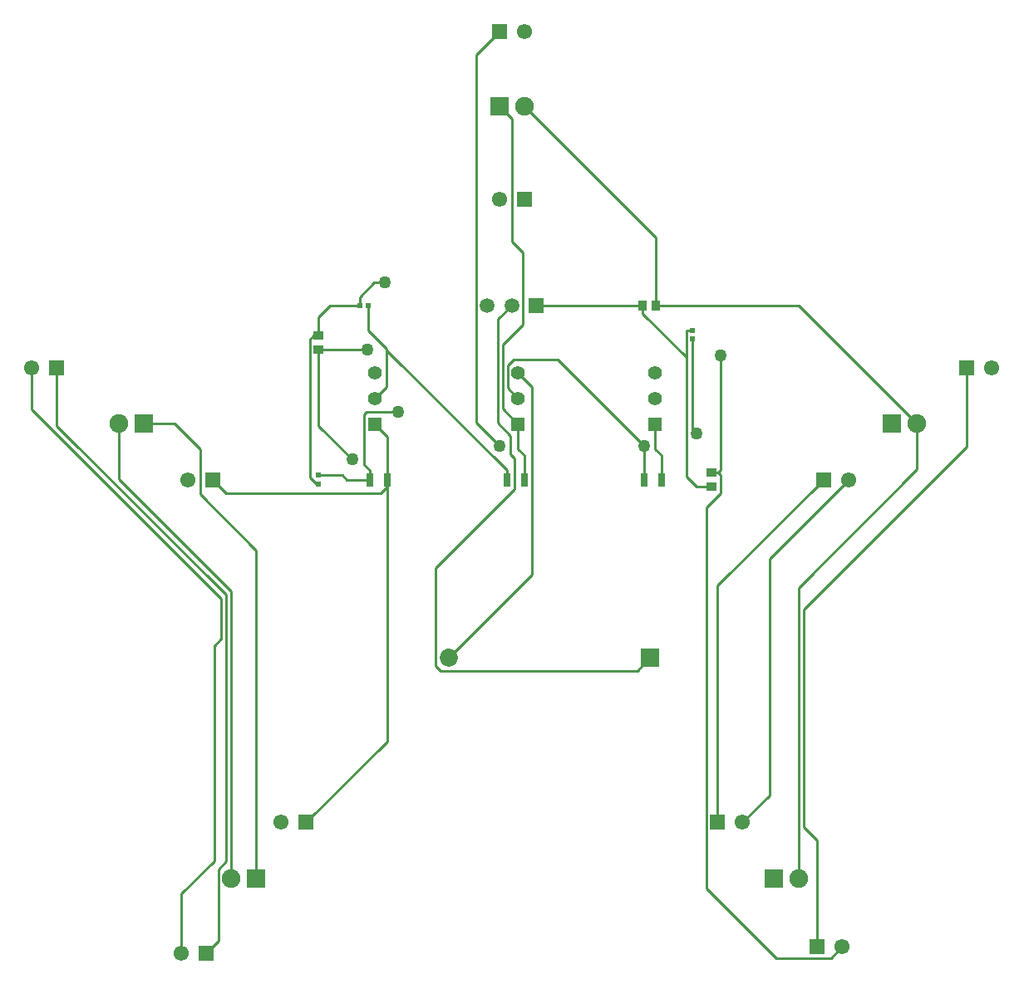
<source format=gtl>
G04*
G04 #@! TF.GenerationSoftware,Altium Limited,Altium Designer,23.0.1 (38)*
G04*
G04 Layer_Physical_Order=1*
G04 Layer_Color=255*
%FSLAX44Y44*%
%MOMM*%
G71*
G04*
G04 #@! TF.SameCoordinates,DBD969FD-5544-4FB8-9625-6CD88A766504*
G04*
G04*
G04 #@! TF.FilePolarity,Positive*
G04*
G01*
G75*
%ADD13C,0.2540*%
%ADD14R,1.0500X0.9000*%
G04:AMPARAMS|DCode=15|XSize=0.55mm|YSize=0.5mm|CornerRadius=0.0625mm|HoleSize=0mm|Usage=FLASHONLY|Rotation=0.000|XOffset=0mm|YOffset=0mm|HoleType=Round|Shape=RoundedRectangle|*
%AMROUNDEDRECTD15*
21,1,0.5500,0.3750,0,0,0.0*
21,1,0.4250,0.5000,0,0,0.0*
1,1,0.1250,0.2125,-0.1875*
1,1,0.1250,-0.2125,-0.1875*
1,1,0.1250,-0.2125,0.1875*
1,1,0.1250,0.2125,0.1875*
%
%ADD15ROUNDEDRECTD15*%
G04:AMPARAMS|DCode=16|XSize=1.3mm|YSize=0.76mm|CornerRadius=0.095mm|HoleSize=0mm|Usage=FLASHONLY|Rotation=90.000|XOffset=0mm|YOffset=0mm|HoleType=Round|Shape=RoundedRectangle|*
%AMROUNDEDRECTD16*
21,1,1.3000,0.5700,0,0,90.0*
21,1,1.1100,0.7600,0,0,90.0*
1,1,0.1900,0.2850,0.5550*
1,1,0.1900,0.2850,-0.5550*
1,1,0.1900,-0.2850,-0.5550*
1,1,0.1900,-0.2850,0.5550*
%
%ADD16ROUNDEDRECTD16*%
G04:AMPARAMS|DCode=17|XSize=0.55mm|YSize=0.5mm|CornerRadius=0.0625mm|HoleSize=0mm|Usage=FLASHONLY|Rotation=90.000|XOffset=0mm|YOffset=0mm|HoleType=Round|Shape=RoundedRectangle|*
%AMROUNDEDRECTD17*
21,1,0.5500,0.3750,0,0,90.0*
21,1,0.4250,0.5000,0,0,90.0*
1,1,0.1250,0.1875,0.2125*
1,1,0.1250,0.1875,-0.2125*
1,1,0.1250,-0.1875,-0.2125*
1,1,0.1250,-0.1875,0.2125*
%
%ADD17ROUNDEDRECTD17*%
%ADD18R,0.9000X1.0500*%
%ADD28C,1.9000*%
%ADD29R,1.9000X1.9000*%
%ADD35R,1.4000X1.4000*%
%ADD36C,1.4000*%
%ADD37C,1.8500*%
%ADD38R,1.8500X1.8500*%
%ADD39R,1.5000X1.5000*%
%ADD40C,1.5000*%
%ADD41C,1.5500*%
%ADD42R,1.5500X1.5500*%
%ADD43C,1.2700*%
D13*
X273050Y323850D02*
Y583805D01*
X272390Y685140D02*
Y722457D01*
X577444Y715123D02*
Y742950D01*
X527505Y395845D02*
X540600Y408940D01*
X327508Y395845D02*
X527505D01*
X322428Y400925D02*
X327508Y395845D01*
X322428Y400925D02*
Y500493D01*
X402692Y580757D01*
Y612507D01*
X398644Y616555D02*
X402692Y612507D01*
X398644Y616555D02*
Y635059D01*
X385420Y648283D02*
X398644Y635059D01*
X385420Y648283D02*
Y754120D01*
X399650Y768350D01*
X406400Y699100D02*
X420472Y685028D01*
Y493712D02*
Y685028D01*
X335700Y408940D02*
X420472Y493712D01*
X609600Y482600D02*
X717550Y590550D01*
X609600Y241300D02*
Y482600D01*
X273050Y590550D02*
Y634400D01*
X260350Y647100D02*
X273050Y634400D01*
X394850Y590550D02*
Y599997D01*
X272390Y722457D02*
X394850Y599997D01*
X272390Y722457D02*
Y724419D01*
X254000Y742809D02*
X272390Y724419D01*
X254000Y742809D02*
Y768350D01*
X260350Y673100D02*
X272390Y685140D01*
X363322Y1023722D02*
X387350Y1047750D01*
X363322Y648575D02*
Y1023722D01*
Y648575D02*
X387198Y624699D01*
X711200Y114300D02*
Y222973D01*
X697586Y236587D02*
X711200Y222973D01*
X697586Y236587D02*
Y441311D01*
X697110Y441787D02*
X697586Y441311D01*
X697110Y441787D02*
Y457821D01*
X863600Y624311D01*
Y704850D01*
X88900Y107950D02*
X100990Y120040D01*
Y193457D01*
X108814Y201281D01*
Y473061D01*
X-63500Y645375D02*
X108814Y473061D01*
X-63500Y645375D02*
Y704850D01*
X546750Y768350D02*
Y837550D01*
X412750Y971550D02*
X546750Y837550D01*
X203200Y723250D02*
X252324D01*
X63500Y107950D02*
Y168176D01*
X96622Y201298D01*
Y421245D01*
X103734Y428357D01*
Y469251D01*
X-88900Y661885D02*
X103734Y469251D01*
X-88900Y661885D02*
Y704850D01*
X577444Y593965D02*
Y715123D01*
X532750Y759817D02*
X577444Y715123D01*
X532750Y759817D02*
Y768350D01*
X395590Y683911D02*
X406400Y673100D01*
X395590Y683911D02*
Y706751D01*
X401676Y712837D01*
X446412D01*
X534550Y624699D01*
Y590550D02*
Y624699D01*
X584200Y640803D02*
Y733950D01*
Y640803D02*
X587604Y637399D01*
X612496Y600090D02*
Y716901D01*
X609956Y597550D02*
X612496Y600090D01*
X603250Y597550D02*
X609956D01*
X587859Y583550D02*
X603250D01*
X577444Y593965D02*
X587859Y583550D01*
X577444Y742950D02*
X584200D01*
X609956Y597550D02*
X612496Y595010D01*
Y576947D02*
Y595010D01*
X598018Y562469D02*
X612496Y576947D01*
X598018Y173595D02*
Y562469D01*
Y173595D02*
X668884Y102729D01*
X725029D01*
X736600Y114300D01*
X259436Y791323D02*
X270908D01*
X245000Y776887D02*
X259436Y791323D01*
X245000Y768350D02*
Y776887D01*
X203200Y644867D02*
Y723250D01*
Y644867D02*
X237084Y610983D01*
X692150Y768350D02*
X812800Y647700D01*
X546750Y768350D02*
X692150D01*
Y184150D02*
Y436215D01*
X692029Y436336D02*
X692150Y436215D01*
X692029Y436336D02*
Y480053D01*
X812800Y600823D01*
Y647700D01*
X252070Y660005D02*
X283820D01*
X249530Y657465D02*
X252070Y660005D01*
X249530Y605681D02*
Y657465D01*
Y605681D02*
X255150Y600061D01*
Y590550D02*
Y600061D01*
X114300Y184150D02*
Y476363D01*
X-0Y590663D02*
X114300Y476363D01*
X-0Y590663D02*
Y647700D01*
X273050Y583805D02*
Y590550D01*
X265938Y576693D02*
X273050Y583805D01*
X109107Y576693D02*
X265938D01*
X95250Y590550D02*
X109107Y576693D01*
X635000Y241300D02*
X662280Y268580D01*
Y509880D01*
X742950Y590550D01*
X203200Y737250D02*
Y756525D01*
X215025Y768350D01*
X245000D01*
X139700Y184150D02*
Y518629D01*
X82398Y575931D02*
X139700Y518629D01*
X82398Y575931D02*
Y621905D01*
X56603Y647700D02*
X82398Y621905D01*
X25400Y647700D02*
X56603D01*
X406400Y621905D02*
Y647100D01*
Y621905D02*
X412750Y615555D01*
Y590550D02*
Y615555D01*
X387350Y971550D02*
X400152Y958748D01*
Y833233D02*
Y958748D01*
Y833233D02*
X411074Y822311D01*
Y748905D02*
Y822311D01*
X390510Y728341D02*
X411074Y748905D01*
X390510Y662990D02*
Y728341D01*
Y662990D02*
X406400Y647100D01*
X190500Y241300D02*
X273050Y323850D01*
X200803Y586050D02*
X203200D01*
X193904Y592949D02*
X200803Y586050D01*
X193904Y592949D02*
Y733665D01*
X197489Y737250D01*
X203200D01*
X231424Y590550D02*
X255150D01*
X226924Y595050D02*
X231424Y590550D01*
X203200Y595050D02*
X226924D01*
X546100Y621905D02*
Y647100D01*
Y621905D02*
X552450Y615555D01*
Y590550D02*
Y615555D01*
X424650Y768350D02*
X532750D01*
D14*
X603250Y597550D02*
D03*
Y583550D02*
D03*
X203200Y723250D02*
D03*
Y737250D02*
D03*
D15*
X584200Y733950D02*
D03*
Y742950D02*
D03*
X203200Y586050D02*
D03*
Y595050D02*
D03*
D16*
X552450Y590550D02*
D03*
X534550D02*
D03*
X273050D02*
D03*
X255150D02*
D03*
X412750D02*
D03*
X394850D02*
D03*
D17*
X254000Y768350D02*
D03*
X245000D02*
D03*
D18*
X546750D02*
D03*
X532750D02*
D03*
D28*
X412750Y971550D02*
D03*
X-0Y647700D02*
D03*
X114300Y184150D02*
D03*
X692150D02*
D03*
X812800Y647700D02*
D03*
D29*
X387350Y971550D02*
D03*
X25400Y647700D02*
D03*
X139700Y184150D02*
D03*
X666750D02*
D03*
X787400Y647700D02*
D03*
D35*
X546100Y647100D02*
D03*
X260350D02*
D03*
X406400D02*
D03*
D36*
X546100Y699100D02*
D03*
Y673100D02*
D03*
X260350Y699100D02*
D03*
Y673100D02*
D03*
X406400Y699100D02*
D03*
Y673100D02*
D03*
D37*
X335700Y408940D02*
D03*
D38*
X540600D02*
D03*
D39*
X424650Y768350D02*
D03*
D40*
X399650D02*
D03*
X374650D02*
D03*
D41*
X412750Y1047750D02*
D03*
X69850Y590550D02*
D03*
X165100Y241300D02*
D03*
X635000D02*
D03*
X742950Y590550D02*
D03*
X387350Y876300D02*
D03*
X-88900Y704850D02*
D03*
X63500Y107950D02*
D03*
X736600Y114300D02*
D03*
X889000Y704850D02*
D03*
D42*
X387350Y1047750D02*
D03*
X95250Y590550D02*
D03*
X190500Y241300D02*
D03*
X609600D02*
D03*
X717550Y590550D02*
D03*
X412750Y876300D02*
D03*
X-63500Y704850D02*
D03*
X88900Y107950D02*
D03*
X711200Y114300D02*
D03*
X863600Y704850D02*
D03*
D43*
X387198Y624699D02*
D03*
X252324Y723250D02*
D03*
X587604Y637399D02*
D03*
X534550Y624699D02*
D03*
X612496Y716901D02*
D03*
X270908Y791323D02*
D03*
X237084Y610983D02*
D03*
X283820Y660005D02*
D03*
M02*

</source>
